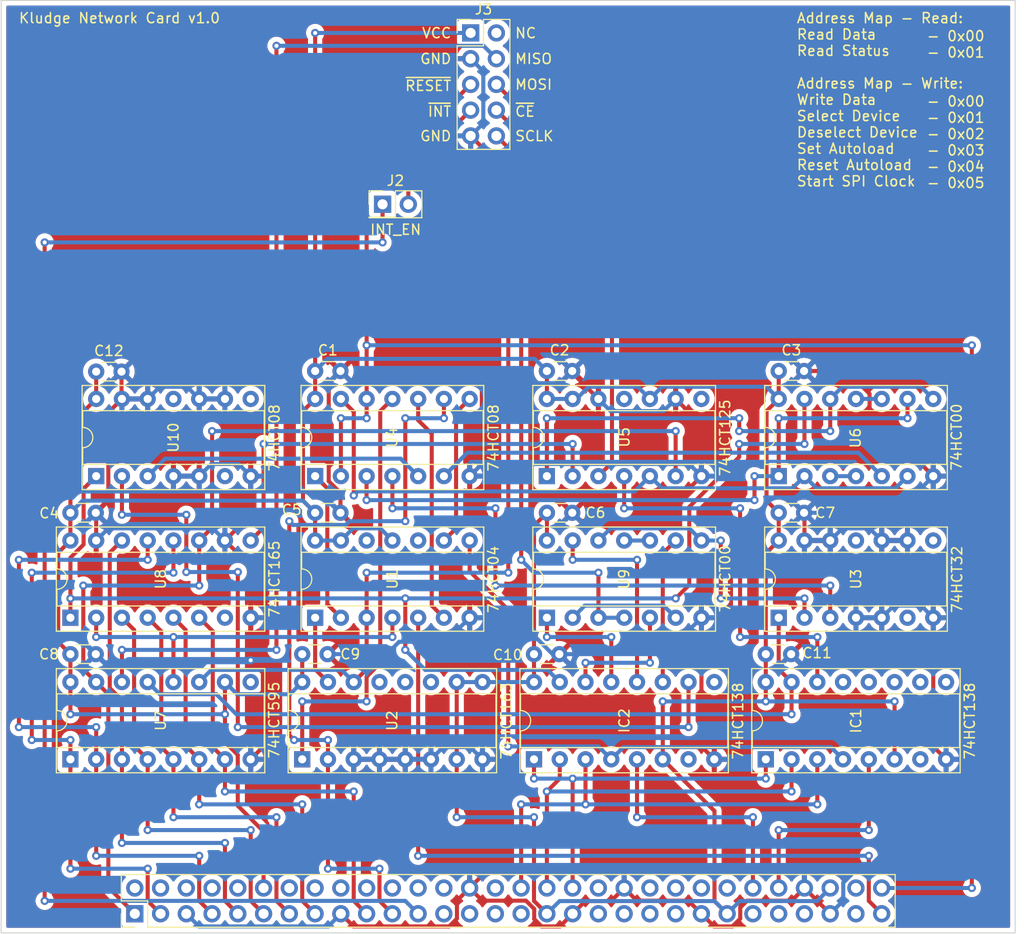
<source format=kicad_pcb>
(kicad_pcb (version 20240108) (generator "pcbnew") (generator_version "8.0")
  (layers (0 "F.Cu" signal) (31 "B.Cu" signal) (34 "B.Paste" user) (35 "F.Paste" user) (36 "B.SilkS" user "B.Silkscreen") (37 "F.SilkS" user "F.Silkscreen") (38 "B.Mask" user) (39 "F.Mask" user) (44 "Edge.Cuts" user))
  (net 0 "")
  (net 1 "~{SPI_CLOCK_START}")
  (net 2 "~{RD}")
  (net 3 "/A2")
  (net 4 "GND")
  (net 6 "/A0")
  (net 7 "VCC")
  (net 8 "~{SPI_BUSY_RD}")
  (net 9 "~{SPI_CE}")
  (net 11 "/A1")
  (net 15 "/D7")
  (net 23 "/D5")
  (net 28 "/D0")
  (net 30 "SYSCLK")
  (net 32 "/~{AUTOLOAD_RESET}")
  (net 34 "Net-(J2-Pin_2)")
  (net 35 "Net-(U8-Q7)")
  (net 36 "/D2")
  (net 38 "/~{AUTOLOAD_SET}")
  (net 39 "/D1")
  (net 40 "/~{SPI_CS_RESET}")
  (net 41 "/D4")
  (net 42 "/D3")
  (net 43 "~{WR}")
  (net 44 "/D6")
  (net 45 "MOSI")
  (net 46 "/~{SPI_CS_SET}")
  (net 47 "SPI_CLK")
  (net 48 "MISO")
  (net 53 "!SPI_CLK")
  (net 54 "~{IO_EN}")
  (net 55 "~{INT}")
  (net 58 "~{SPI_WR}")
  (net 59 "~{SPI_RD}")
  (net 62 "~{RESET}")
  (net 63 "Net-(U6-Pad10)")
  (net 85 "~{SPI_WR_OE}")
  (net 87 "~{SPI_CS}")
  (net 88 "~{TX_COMPLETE}")
  (net 89 "Net-(U1-Pad6)")
  (net 90 "Net-(U1-Pad9)")
  (net 91 "TX_COMPLETE")
  (net 92 "~{SPI_CLK_RESET}")
  (net 94 "Net-(U3-Pad3)")
  (net 96 "~{AUTOLOAD}")
  (net 97 "Net-(U4-Pad6)")
  (net 98 "/SPI_WR_OE RESET")
  (net 99 "Net-(U6-Pad3)")
  (net 100 "Net-(U9-Pad2)")
  (net 101 "Net-(U9-Pad10)")
  (net 102 "RUNNING")
  (net 103 "Net-(U10-Pad3)")
  (footprint "Package_DIP:DIP-14_W7.62mm_Socket" (layer "F.Cu") (at 173.9 117.135 90)
    (property "Reference" "U3")
    (property "Value" "74LS32")
  )
  (footprint "Package_DIP:DIP-14_W7.62mm_Socket" (layer "F.Cu") (at 173.9 103.165 90)
    (property "Reference" "U6")
    (property "Value" "74HCT00")
  )
  (footprint "Package_DIP:DIP-16_W7.62mm_Socket" (layer "F.Cu") (at 172.625 131.105 90)
    (property "Reference" "IC1")
    (property "Value" "SN74HCT138N")
  )
  (footprint "Package_DIP:DIP-16_W7.62mm_Socket" (layer "F.Cu") (at 104.045 117.135 90)
    (property "Reference" "U8")
    (property "Value" "74HCT165")
  )
  (footprint "Package_DIP:DIP-14_W7.62mm_Socket" (layer "F.Cu") (at 151.04 117.135 90)
    (property "Reference" "U9")
    (property "Value" "74HCT00")
  )
  (footprint "Package_DIP:DIP-16_W7.62mm_Socket" (layer "F.Cu") (at 126.905 131.105 90)
    (property "Reference" "U2")
    (property "Value" "74HCT163E")
  )
  (footprint "Capacitor_THT:C_Disc_D3.0mm_W1.6mm_P2.50mm" (layer "F.Cu") (at 106.585 92.85)
    (property "Reference" "C12")
    (property "Value" "100 nF")
  )
  (footprint "Capacitor_THT:C_Disc_D3.0mm_W1.6mm_P2.50mm" (layer "F.Cu") (at 151.04 106.78)
    (property "Reference" "C6")
    (property "Value" "100 nF")
  )
  (footprint "Capacitor_THT:C_Disc_D3.0mm_W1.6mm_P2.50mm" (layer "F.Cu") (at 173.9 92.79)
    (property "Reference" "C3")
    (property "Value" "100 nF")
  )
  (footprint "Package_DIP:DIP-14_W7.62mm_Socket" (layer "F.Cu") (at 106.585 103.165 90)
    (property "Reference" "U10")
    (property "Value" "74LS08")
  )
  (footprint "Package_DIP:DIP-16_W7.62mm_Socket" (layer "F.Cu") (at 149.765 131.105 90)
    (property "Reference" "IC2")
    (property "Value" "SN74HCT138N")
  )
  (footprint "Package_DIP:DIP-14_W7.62mm_Socket" (layer "F.Cu") (at 128.18 103.165 90)
    (property "Reference" "U4")
    (property "Value" "74LS08")
  )
  (footprint "Capacitor_THT:C_Disc_D3.0mm_W1.6mm_P2.50mm" (layer "F.Cu") (at 104.045 106.78)
    (property "Reference" "C4")
    (property "Value" "100 nF")
  )
  (footprint "Capacitor_THT:C_Disc_D3.0mm_W1.6mm_P2.50mm" (layer "F.Cu") (at 104.045 120.73)
    (property "Reference" "C8")
    (property "Value" "100 nF")
  )
  (footprint "Capacitor_THT:C_Disc_D3.0mm_W1.6mm_P2.50mm" (layer "F.Cu") (at 172.625 120.73)
    (property "Reference" "C11")
    (property "Value" "100 nF")
  )
  (footprint "Capacitor_THT:C_Disc_D3.0mm_W1.6mm_P2.50mm" (layer "F.Cu") (at 149.765 120.73)
    (property "Reference" "C10")
    (property "Value" "100 nF")
  )
  (footprint "Capacitor_THT:C_Disc_D3.0mm_W1.6mm_P2.50mm" (layer "F.Cu") (at 128.18 106.78)
    (property "Reference" "C5")
    (property "Value" "100 nF")
  )
  (footprint "Package_DIP:DIP-14_W7.62mm_Socket" (layer "F.Cu") (at 128.18 117.135 90)
    (property "Reference" "U1")
    (property "Value" "74HC04")
  )
  (footprint "Capacitor_THT:C_Disc_D3.0mm_W1.6mm_P2.50mm" (layer "F.Cu") (at 126.905 120.73)
    (property "Reference" "C9")
    (property "Value" "100 nF")
  )
  (footprint "Connector_PinHeader_2.54mm:PinHeader_2x30_P2.54mm_Vertical" (layer "F.Cu") (at 110.395 146.345 90)
    (property "Reference" "J1" (hide yes))
    (property "Value" "Conn1")
  )
  (footprint "Package_DIP:DIP-14_W7.62mm_Socket" (layer "F.Cu") (at 151.035 103.165 90)
    (property "Reference" "U5")
    (property "Value" "74AHCT125")
  )
  (footprint "Connector_PinHeader_2.54mm:PinHeader_2x01_P2.54mm_Vertical" (layer "F.Cu") (at 134.83 76.34)
    (property "Reference" "J2")
    (property "Value" "INT_EN")
  )
  (footprint "Connector_PinHeader_2.54mm:PinHeader_2x05_P2.54mm_Vertical" (layer "F.Cu") (at 143.515 59.43)
    (property "Reference" "J3")
    (property "Value" "SPI_Header" (hide yes))
  )
  (footprint "Capacitor_THT:C_Disc_D3.0mm_W1.6mm_P2.50mm" (layer "F.Cu") (at 128.18 92.79)
    (property "Reference" "C1")
    (property "Value" "100 nF")
  )
  (footprint "Package_DIP:DIP-16_W7.62mm_Socket" (layer "F.Cu") (at 104.045 131.105 90)
    (property "Reference" "U7")
    (property "Value" "74HCT595")
  )
  (footprint "Capacitor_THT:C_Disc_D3.0mm_W1.6mm_P2.50mm" (layer "F.Cu") (at 173.9 106.78)
    (property "Reference" "C7")
    (property "Value" "100 nF")
  )
  (footprint "Capacitor_THT:C_Disc_D3.0mm_W1.6mm_P2.50mm" (layer "F.Cu") (at 151.035 92.79)
    (property "Reference" "C2")
    (property "Value" "100 nF")
  )
  (gr_line (start 97.22 139.33) (end 97.22 148.23) (stroke (width 0.1)) (layer "Edge.Cuts"))
  (gr_line (start 197.22 56.23) (end 197.22 148.23) (stroke (width 0.1)) (layer "Edge.Cuts"))
  (gr_line (start 97.22 139.33) (end 97.22 56.23) (stroke (width 0.1)) (layer "Edge.Cuts"))
  (gr_line (start 97.22 56.23) (end 197.22 56.23) (stroke (width 0.1)) (layer "Edge.Cuts"))
  (gr_line (start 97.22 148.23) (end 197.22 148.23) (stroke (width 0.1)) (layer "Edge.Cuts"))
  (gr_text "74HCT165" (at 124.75 117.2 90) (layer "F.SilkS") (effects (font (size 1 1)) (justify left bottom)))
  (gr_text "~{CE}" (at 147.82 67.772583 0) (layer "F.SilkS") (effects (font (size 1 1)) (justify left bottom)))
  (gr_text "Kludge Network Card v1.0" (at 98.88 58.55 0) (layer "F.SilkS") (effects (font (size 1 1)) (justify left bottom)))
  (gr_text "~{RESET}" (at 136.973333 65.232583 0) (layer "F.SilkS") (effects (font (size 1 1)) (justify left bottom)))
  (gr_text "74HCT138" (at 170.475 131.215715 90) (layer "F.SilkS") (effects (font (size 1 1)) (justify left bottom)))
  (gr_text "SCLK" (at 147.82 70.19175 0) (layer "F.SilkS") (effects (font (size 1 1)) (justify left bottom)))
  (gr_text "MOSI" (at 147.82 65.11175 0) (layer "F.SilkS") (effects (font (size 1 1)) (justify left bottom)))
  (gr_text "INT_EN" (at 133.525 79.425 0) (layer "F.SilkS") (effects (font (size 1 1)) (justify left bottom)))
  (gr_text "74HCT32" (at 192.075 116.769524 90) (layer "F.SilkS") (effects (font (size 1 1)) (justify left bottom)))
  (gr_text "NC" (at 147.82 60.03175 0) (layer "F.SilkS") (effects (font (size 1 1)) (justify left bottom)))
  (gr_text "\n- 0x00\n- 0x01\n\n\n- 0x00\n- 0x01\n- 0x02\n- 0x03\n- 0x04\n- 0x05" (at 188.425 74.81944 0) (layer "F.SilkS") (effects (font (size 1 1)) (justify left bottom)))
  (gr_text "74HCT00" (at 192.025 102.725 90) (layer "F.SilkS") (effects (font (size 1 1)) (justify left bottom)))
  (gr_text "74HCT04" (at 146.35 116.769524 90) (layer "F.SilkS") (effects (font (size 1 1)) (justify left bottom)))
  (gr_text "74HCT00" (at 169.2 116.7 90) (layer "F.SilkS") (effects (font (size 1 1)) (justify left bottom)))
  (gr_text "GND" (at 138.449524 70.19175 0) (layer "F.SilkS") (effects (font (size 1 1)) (justify left bottom)))
  (gr_text "74HCT08" (at 124.75 102.799524 90) (layer "F.SilkS") (effects (font (size 1 1)) (justify left bottom)))
  (gr_text "Address Map - Read:\nRead Data\nRead Status\n\nAddress Map - Write:\nWrite Data\nSelect Device\nDeselect Device\nSet Autoload\nReset Autoload\nStart SPI Clock" (at 175.6 74.64944 0) (layer "F.SilkS") (effects (font (size 1 1)) (justify left bottom)))
  (gr_text "VCC" (at 138.64 60.03175 0) (layer "F.SilkS") (effects (font (size 1 1)) (justify left bottom)))
  (gr_text "MISO" (at 147.82 62.57175 0) (layer "F.SilkS") (effects (font (size 1 1)) (justify left bottom)))
  (gr_text "~{INT}" (at 139.211429 67.772583 0) (layer "F.SilkS") (effects (font (size 1 1)) (justify left bottom)))
  (gr_text "74HCT163" (at 147.625 131.215715 90) (layer "F.SilkS") (effects (font (size 1 1)) (justify left bottom)))
  (gr_text "GND" (at 138.449524 62.57175 0) (layer "F.SilkS") (effects (font (size 1 1)) (justify left bottom)))
  (gr_text "74HCT138" (at 193.325 131.215715 90) (layer "F.SilkS") (effects (font (size 1 1)) (justify left bottom)))
  (gr_text "74HCT08" (at 146.35 102.799524 90) (layer "F.SilkS") (effects (font (size 1 1)) (justify left bottom)))
  (gr_text "74HCT125" (at 169.2 103.275715 90) (layer "F.SilkS") (effects (font (size 1 1)) (justify left bottom)))
  (gr_text "74HCT595" (at 124.725 131.125 90) (layer "F.SilkS") (effects (font (size 1 1)) (justify left bottom)))
  (segment (start 109.125 103.165) (end 109.125 106.975) (width 0.4) (layer "F.Cu") (net 1))
  (segment (start 120.555 127.93) (end 120.555 112.625) (width 0.4) (layer "F.Cu") (net 1))
  (segment (start 115.475 106.975) (end 115.475 112.625) (width 0.4) (layer "F.Cu") (net 1))
  (segment (start 165.005 123.485) (end 165.005 127.93) (width 0.4) (layer "F.Cu") (net 1))
  (via (at 115.475 112.625) (size 0.8) (drill 0.4) (layers "F.Cu" "B.Cu") (net 1))
  (via (at 115.475 106.975) (size 0.8) (drill 0.4) (layers "F.Cu" "B.Cu") (net 1))
  (via (at 109.125 106.975) (size 0.8) (drill 0.4) (layers "F.Cu" "B.Cu") (net 1))
  (via (at 120.555 112.625) (size 0.8) (drill 0.4) (layers "F.Cu" "B.Cu") (net 1))
  (via (at 120.555 127.93) (size 0.8) (drill 0.4) (layers "F.Cu" "B.Cu") (net 1))
  (via (at 165.005 127.93) (size 0.8) (drill 0.4) (layers "F.Cu" "B.Cu") (net 1))
  (segment (start 165.005 127.93) (end 120.555 127.93) (width 0.4) (layer "B.Cu") (net 1))
  (segment (start 115.475 112.625) (end 120.555 112.625) (width 0.4) (layer "B.Cu") (net 1))
  (segment (start 115.475 106.975) (end 109.125 106.975) (width 0.4) (layer "B.Cu") (net 1))
  (segment (start 182.785 138.09) (end 182.785 131.105) (width 0.4) (layer "F.Cu") (net 2))
  (segment (start 173.895 138.09) (end 173.895 143.805) (width 0.4) (layer "F.Cu") (net 2))
  (via (at 173.895 138.09) (size 0.8) (drill 0.4) (layers "F.Cu" "B.Cu") (net 2))
  (via (at 182.785 138.09) (size 0.8) (drill 0.4) (layers "F.Cu" "B.Cu") (net 2))
  (segment (start 173.895 138.09) (end 182.785 138.09) (width 0.4) (layer "B.Cu") (net 2))
  (segment (start 148.495 135.55) (end 148.495 143.805) (width 0.4) (layer "F.Cu") (net 3))
  (segment (start 177.705 135.55) (end 177.705 131.105) (width 0.4) (layer "F.Cu") (net 3))
  (segment (start 154.845 131.105) (end 154.845 135.55) (width 0.4) (layer "F.Cu") (net 3))
  (via (at 177.705 135.55) (size 0.8) (drill 0.4) (layers "F.Cu" "B.Cu") (net 3))
  (via (at 148.495 135.55) (size 0.8) (drill 0.4) (layers "F.Cu" "B.Cu") (net 3))
  (via (at 154.845 135.55) (size 0.8) (drill 0.4) (layers "F.Cu" "B.Cu") (net 3))
  (segment (start 154.845 135.55) (end 177.705 135.55) (width 0.4) (layer "B.Cu") (net 3))
  (segment (start 148.495 135.55) (end 154.845 135.55) (width 0.4) (layer "B.Cu") (net 3))
  (segment (start 166.28 117.135) (end 166.28 129.84) (width 0.4) (layer "F.Cu") (net 4))
  (segment (start 131.965 147.595) (end 141.392767 147.595) (width 0.4) (layer "F.Cu") (net 4))
  (segment (start 121.825 121.34) (end 121.825 117.135) (width 0.4) (layer "F.Cu") (net 4))
  (segment (start 141.392767 147.595) (end 142.165 146.822767) (width 0.4) (layer "F.Cu") (net 4))
  (segment (start 142.165 146.822767) (end 142.165 145.055) (width 0.4) (layer "F.Cu") (net 4))
  (segment (start 182.86 95.047943) (end 182.86 96.885) (width 0.4) (layer "F.Cu") (net 4))
  (segment (start 142.165 145.055) (end 143.415 143.805) (width 0.4) (layer "F.Cu") (net 4))
  (segment (start 149.785 146.862767) (end 150.517233 147.595) (width 0.4) (layer "F.Cu") (net 4))
  (segment (start 182.86 96.885) (end 189.14 103.165) (width 0.4) (layer "F.Cu") (net 4))
  (segment (start 109.125 95.545) (end 107.785 96.885) (width 0.4) (layer "F.Cu") (net 4))
  (segment (start 109.085 92.85) (end 109.085 95.505) (width 0.4) (layer "F.Cu") (net 4))
  (segment (start 130.715 146.345) (end 131.965 147.595) (width 0.4) (layer "F.Cu") (net 4))
  (segment (start 149.785 146.862767) (end 149.785 145.867233) (width 0.4) (layer "F.Cu") (net 4))
  (segment (start 144.62 101.965) (end 143.42 103.165) (width 0.4) (layer "F.Cu") (net 4))
  (segment (start 152.325 147.595) (end 153.575 146.345) (width 0.4) (layer "F.Cu") (net 4))
  (segment (start 163.735 95.545) (end 166.275 98.085) (width 0.4) (layer "F.Cu") (net 4))
  (segment (start 167.525 147.595) (end 169.332767 147.595) (width 0.4) (layer "F.Cu") (net 4))
  (segment (start 121.825 131.105) (end 123.025 129.905) (width 0.4) (layer "F.Cu") (net 4))
  (segment (start 161.860001 107.579999) (end 166.275 103.165) (width 0.4) (layer "F.Cu") (net 4))
  (segment (start 153.54 106.78) (end 154.339999 107.579999) (width 0.4) (layer "F.Cu") (net 4))
  (segment (start 184.06 117.135) (end 184.06 109.515) (width 0.4) (layer "F.Cu") (net 4))
  (segment (start 176.435 143.805) (end 178.975 146.345) (width 0.4) (layer "F.Cu") (net 4))
  (segment (start 144.62 70.695) (end 144.62 101.965) (width 0.4) (layer "F.Cu") (net 4))
  (segment (start 123.025 122.54) (end 121.825 121.34) (width 0.4) (layer "F.Cu") (net 4))
  (segment (start 144.685 142.535) (end 143.415 143.805) (width 0.4) (layer "F.Cu") (net 4))
  (segment (start 189.14 129.84) (end 189.14 117.135) (width 0.4) (layer "F.Cu") (net 4))
  (segment (start 170.785 145.055) (end 175.185 145.055) (width 0.4) (layer "F.Cu") (net 4))
  (segment (start 123.025 129.905) (end 123.025 122.54) (width 0.4) (layer "F.Cu") (net 4))
  (segment (start 121.825 112.055) (end 119.285 109.515) (width 0.4) (layer "F.Cu") (net 4))
  (segment (start 109.085 95.505) (end 109.125 95.545) (width 0.4) (layer "F.Cu") (net 4))
  (segment (start 176.44 106.82) (end 176.4 106.78) (width 0.4) (layer "F.Cu") (net 4))
  (segment (start 176.44 109.515) (end 176.44 106.82) (width 0.4) (layer "F.Cu") (net 4))
  (segment (start 116.745 103.165) (end 116.745 95.545) (width 0.4) (layer "F.Cu") (net 4))
  (segment (start 144.665 145.055) (end 143.415 143.805) (width 0.4) (layer "F.Cu") (net 4))
  (segment (start 157.365 145.095) (end 158.655 143.805) (width 0.4) (layer "F.Cu") (net 4))
  (segment (start 153.575 146.345) (end 154.825 145.095) (width 0.4) (layer "F.Cu") (net 4))
  (segment (start 144.685 131.105) (end 144.685 142.535) (width 0.4) (layer "F.Cu") (net 4))
  (segment (start 154.339999 107.579999) (end 161.860001 107.579999) (width 0.4) (layer "F.Cu") (net 4))
  (segment (start 148.972767 145.055) (end 144.665 145.055) (width 0.4) (layer "F.Cu") (net 4))
  (segment (start 150.517233 147.595) (end 152.325 147.595) (width 0.4) (layer "F.Cu") (net 4))
  (segment (start 180.602057 92.79) (end 182.86 95.047943) (width 0.4) (layer "F.Cu") (net 4))
  (segment (start 190.405 131.105) (end 189.14 129.84) (width 0.4) (layer "F.Cu") (net 4))
  (segment (start 106.585 109.515) (end 106.585 106.82) (width 0.4) (layer "F.Cu") (net 4))
  (segment (start 130.68 106.78) (end 130.68 104.822057) (width 0.4) (layer "F.Cu") (net 4))
  (segment (start 106.585 106.82) (end 106.545 106.78) (width 0.4) (layer "F.Cu") (net 4))
  (segment (start 130.68 104.822057) (end 129.52 103.662057) (width 0.4) (layer "F.Cu") (net 4))
  (segment (start 166.275 98.085) (end 166.275 103.165) (width 0.4) (layer "F.Cu") (net 4))
  (segment (start 153.535 92.965) (end 156.115 95.545) (width 0.4) (layer "F.Cu") (net 4))
  (segment (start 129.52 103.662057) (end 129.52 93.95) (width 0.4) (layer "F.Cu") (net 4))
  (segment (start 170.105 145.735) (end 170.785 145.055) (width 0.4) (layer "F.Cu") (net 4))
  (segment (start 149.785 145.867233) (end 148.972767 145.055) (width 0.4) (layer "F.Cu") (net 4))
  (segment (start 154.825 145.095) (end 157.365 145.095) (width 0.4) (layer "F.Cu") (net 4))
  (segment (start 176.4 92.79) (end 180.602057 92.79) (width 0.4) (layer "F.Cu") (net 4))
  (segment (start 175.185 145.055) (end 176.435 143.805) (width 0.4) (layer "F.Cu") (net 4))
  (segment (start 169.332767 147.595) (end 170.105 146.822767) (width 0.4) (layer "F.Cu") (net 4))
  (segment (start 143.515 69.59) (end 144.62 70.695) (width 0.4) (layer "F.Cu") (net 4))
  (segment (start 159.905 145.055) (end 164.985 145.055) (width 0.4) (layer "F.Cu") (net 4))
  (segment (start 107.785 105.54) (end 106.545 106.78) (width 0.4) (layer "F.Cu") (net 4))
  (segment (start 107.785 96.885) (end 107.785 105.54) (width 0.4) (layer "F.Cu") (net 4))
  (segment (start 121.825 103.165) (end 121.825 106.975) (width 0.4) (layer "F.Cu") (net 4))
  (segment (start 166.28 129.84) (end 167.545 131.105) (width 0.4) (layer "F.Cu") (net 4))
  (segment (start 121.825 106.975) (end 119.285 109.515) (width 0.4) (layer "F.Cu") (net 4))
  (segment (start 121.825 117.135) (end 121.825 112.055) (width 0.4) (layer "F.Cu") (net 4))
  (segment (start 158.655 143.805) (end 159.905 145.055) (width 0.4) (layer "F.Cu") (net 4))
  (segment (start 166.275 146.345) (end 167.525 147.595) (width 0.4) (layer "F.Cu") (net 4))
  (segment (start 164.985 145.055) (end 166.275 146.345) (width 0.4) (layer "F.Cu") (net 4))
  (segment (start 129.52 93.95) (end 130.68 92.79) (width 0.4) (layer "F.Cu") (net 4))
  (segment (start 170.105 146.822767) (end 170.105 145.735) (width 0.4) (layer "F.Cu") (net 4))
  (segment (start 153.535 92.79) (end 153.535 92.965) (width 0.4) (layer "F.Cu") (net 4))
  (via (at 121.825 121.34) (size 0.8) (drill 0.4) (layers "F.Cu" "B.Cu") (net 4))
  (segment (start 129.465 147.595) (end 130.715 146.345) (width 0.4) (layer "B.Cu") (net 4))
  (segment (start 152.265 120.73) (end 162.685 120.73) (width 0.4) (layer "B.Cu") (net 4))
  (segment (start 157.315 96.745) (end 162.535 96.745) (width 0.4) (layer "B.Cu") (net 4))
  (segment (start 143.42 117.135) (end 148.003629 117.135) (width 0.4) (layer "B.Cu") (net 4))
  (segment (start 175.2 91.59) (end 154.735 91.59) (width 0.4) (layer "B.Cu") (net 4))
  (segment (start 148.003629 117.135) (end 151.598629 120.73) (width 0.4) (layer "B.Cu") (net 4))
  (segment (start 151.598629 120.73) (end 152.265 120.73) (width 0.4) (layer "B.Cu") (net 4))
  (segment (start 109.125 95.545) (end 111.665 95.545) (width 0.4) (layer "B.Cu") (net 4))
  (segment (start 162.685 120.73) (end 166.28 117.135) (width 0.4) (layer "B.Cu") (net 4))
  (segment (start 165.075 101.965) (end 166.275 103.165) (width 0.4) (layer "B.Cu") (net 4))
  (segment (start 162.535 96.745) (end 163.735 95.545) (width 0.4) (layer "B.Cu") (net 4))
  (segment (start 121.635001 121.529999) (end 121.825 121.34) (width 0.4) (layer "B.Cu") (net 4))
  (segment (start 178.98 109.515) (end 176.44 109.515) (width 0.4) (layer "B.Cu") (net 4))
  (segment (start 182.122233 141.43) (end 183.12 141.43) (width 0.4) (layer "B.Cu") (net 4))
  (segment (start 185.26 115.935) (end 184.06 117.135) (width 0.4) (layer "B.Cu") (net 4))
  (segment (start 134.525 131.105) (end 131.985 131.105) (width 0.4) (layer "B.Cu") (net 4))
  (segment (start 156.115 95.545) (end 157.315 96.745) (width 0.4) (layer "B.Cu") (net 4))
  (segment (start 187.94 115.935) (end 185.26 115.935) (width 0.4) (layer "B.Cu") (net 4))
  (segment (start 185.525 106.78) (end 189.14 103.165) (width 0.4) (layer "B.Cu") (net 4))
  (segment (start 180.265 143.287233) (end 182.122233 141.43) (width 0.4) (layer "B.Cu") (net 4))
  (segment (start 120.625 101.965) (end 117.945 101.965) (width 0.4) (layer "B.Cu") (net 4))
  (segment (start 135.241371 120.73) (end 129.405 120.73) (width 0.4) (layer "B.Cu") (net 4))
  (segment (start 137.065 131.105) (end 134.525 131.105) (width 0.4) (layer "B.Cu") (net 4))
  (segment (start 140.805 129.905) (end 143.485 129.905) (width 0.4) (layer "B.Cu") (net 4))
  (segment (start 107.785 108.315) (end 118.085 108.315) (width 0.4) (layer "B.Cu") (net 4))
  (segment (start 139.605 131.105) (end 140.805 129.905) (width 0.4) (layer "B.Cu") (net 4))
  (segment (start 107.344999 121.529999) (end 121.635001 121.529999) (width 0.4) (layer "B.Cu") (net 4))
  (segment (start 116.745 103.165) (end 114.205 103.165) (width 0.4) (layer "B.Cu") (net 4))
  (segment (start 143.485 129.905) (end 144.685 131.105) (width 0.4) (layer "B.Cu") (net 4))
  (segment (start 116.745 95.545) (end 119.285 95.545) (width 0.4) (layer "B.Cu") (net 4))
  (segment (start 143.515 61.97) (end 144.765 63.22) (width 0.4) (layer "B.Cu") (net 4))
  (segment (start 143.42 103.165) (end 144.62 101.965) (width 0.4) (layer "B.Cu") (net 4))
  (segment (start 154.735 91.59) (end 153.535 92.79) (width 0.4) (layer "B.Cu") (net 4))
  (segment (start 152.335 93.99) (end 153.535 92.79) (width 0.4) (layer "B.Cu") (net 4))
  (segment (start 117.945 101.965) (end 116.745 103.165) (width 0.4) (layer "B.Cu") (net 4))
  (segment (start 176.4 92.79) (end 175.2 91.59) (width 0.4) (layer "B.Cu") (net 4))
  (segment (start 176.4 106.78) (end 185.525 106.78) (width 0.4) (layer "B.Cu") (net 4))
  (segment (start 190.405 134.145) (end 190.405 131.105) (width 0.4) (layer "B.Cu") (net 4))
  (segment (start 131.88 93.99) (end 152.335 93.99) (width 0.4) (layer "B.Cu") (net 4))
  (segment (start 121.825 103.165) (end 120.625 101.965) (width 0.4) (layer "B.Cu") (net 4))
  (segment (start 183.12 141.43) (end 190.405 134.145) (width 0.4) (layer "B.Cu") (net 4))
  (segment (start 106.585 109.515) (end 107.785 108.315) (width 0.4) (layer "B.Cu") (net 4))
  (segment (start 136.461371 119.51) (end 135.241371 120.73) (width 0.4) (layer "B.Cu") (net 4))
  (segment (start 144.62 101.965) (end 165.075 101.965) (width 0.4) (layer "B.Cu") (net 4))
  (segment (start 184.06 109.515) (end 186.6 109.515) (width 0.4) (layer "B.Cu") (net 4))
  (segment (start 144.765 68.34) (end 143.515 69.59) (width 0.4) (layer "B.Cu") (net 4))
  (segment (start 184.06 117.135) (end 181.52 117.135) (width 0.4) (layer "B.Cu") (net 4))
  (segment (start 118.085 108.315) (end 119.285 109.515) (width 0.4) (layer "B.Cu") (net 4))
  (segment (start 141.045 119.51) (end 136.461371 119.51) (width 0.4) (layer "B.Cu") (net 4))
  (segment (start 116.725 147.595) (end 129.465 147.595) (width 0.4) (layer "B.Cu") (net 4))
  (segment (start 111.665 95.545) (end 112.865 94.345) (width 0.4) (layer "B.Cu") (net 4))
  (segment (start 182.86 108.315) (end 180.18 108.315) (width 0.4) (layer "B.Cu") (net 4))
  (segment (start 115.545 94.345) (end 116.745 95.545) (width 0.4) (layer "B.Cu") (net 4))
  (segment (start 143.42 117.135) (end 141.045 119.51) (width 0.4) (layer "B.Cu") (net 4))
  (segment (start 106.545 120.73) (end 107.344999 121.529999) (width 0.4) (layer "B.Cu") (net 4))
  (segment (start 184.06 109.515) (end 182.86 108.315) (width 0.4) (layer "B.Cu") (net 4))
  (segment (start 112.865 94.345) (end 115.545 94.345) (width 0.4) (layer "B.Cu") (net 4))
  (segment (start 115.475 146.345) (end 116.725 147.595) (width 0.4) (layer "B.Cu") (net 4))
  (segment (start 178.975 146.345) (end 180.265 145.055) (width 0.4) (layer "B.Cu") (net 4))
  (segment (start 180.18 108.315) (end 178.98 109.515) (width 0.4) (layer "B.Cu") (net 4))
  (segment (start 189.14 117.135) (end 187.94 115.935) (width 0.4) (layer "B.Cu") (net 4))
  (segment (start 144.765 63.22) (end 144.765 68.34) (width 0.4) (layer "B.Cu") (net 4))
  (segment (start 130.68 92.79) (end 131.88 93.99) (width 0.4) (layer "B.Cu") (net 4))
  (segment (start 180.265 145.055) (end 180.265 143.287233) (width 0.4) (layer "B.Cu") (net 4))
  (segment (start 139.605 131.105) (end 137.065 131.105) (width 0.4) (layer "B.Cu") (net 4))
  (segment (start 172.625 131.105) (end 172.625 133.01) (width 0.4) (layer "F.Cu") (net 6))
  (segment (start 153.575 133.01) (end 153.575 143.805) (width 0.4) (layer "F.Cu") (net 6))
  (segment (start 149.765 131.105) (end 149.765 133.01) (width 0.4) (layer "F.Cu") (net 6))
  (via (at 172.625 133.01) (size 0.8) (drill 0.4) (layers "F.Cu" "B.Cu") (net 6))
  (via (at 149.765 133.01) (size 0.8) (drill 0.4) (layers "F.Cu" "B.Cu") (net 6))
  (via (at 153.575 133.01) (size 0.8) (drill 0.4) (layers "F.Cu" "B.Cu") (net 6))
  (segment (start 153.575 133.01) (end 172.625 133.01) (width 0.4) (layer "B.Cu") (net 6))
  (segment (start 149.765 133.01) (end 153.575 133.01) (width 0.4) (layer "B.Cu") (net 6))
  (segment (start 172.625 110.79) (end 172.625 120.73) (width 0.4) (layer "F.Cu") (net 7))
  (segment (start 173.9 95.545) (end 172.7 96.745) (width 0.4) (layer "F.Cu") (net 7))
  (segment (start 162.465 131.105) (end 162.465 125.39) (width 0.4) (layer "F.Cu") (net 7))
  (segment (start 172.7 96.745) (end 172.7 105.58) (width 0.4) (layer "F.Cu") (net 7))
  (segment (start 142.145 136.82) (end 142.145 131.105) (width 0.4) (layer "F.Cu") (net 7))
  (segment (start 167.565 136.205) (end 162.465 131.105) (width 0.4) (layer "F.Cu") (net 7))
  (segment (start 126.905 120.73) (end 126.905 123.485) (width 0.4) (layer "F.Cu") (net 7))
  (segment (start 102.845 110.715) (end 104.045 109.515) (width 0.4) (layer "F.Cu") (net 7))
  (segment (start 120.55 135.683629) (end 123.095 138.228629) (width 0.4) (layer "F.Cu") (net 7))
  (segment (start 128.18 92.79) (end 128.18 59.43) (width 0.4) (layer "F.Cu") (net 7))
  (segment (start 120.55 130.672943) (end 120.55 135.683629) (width 0.4) (layer "F.Cu") (net 7))
  (segment (start 104.045 98.085) (end 104.045 106.78) (width 0.4) (layer "F.Cu") (net 7))
  (segment (start 149.765 108.055) (end 151.04 106.78) (width 0.4) (layer "F.Cu") (net 7))
  (segment (start 173.9 95.545) (end 173.9 92.79) (width 0.4) (layer "F.Cu") (net 7))
  (segment (start 104.045 123.485) (end 104.045 120.73) (width 0.4) (layer "F.Cu") (net 7))
  (segment (start 119.285 129.407943) (end 120.55 130.672943) (width 0.4) (layer "F.Cu") (net 7))
  (segment (start 128.18 95.545) (end 128.18 92.79) (width 0.4) (layer "F.Cu") (net 7))
  (segment (start 128.18 106.78) (end 128.18 109.515) (width 0.4) (layer "F.Cu") (net 7))
  (segment (start 173.9 106.78) (end 173.9 109.515) (width 0.4) (layer "F.Cu") (net 7))
  (segment (start 104.045 109.515) (end 104.045 106.78) (width 0.4) (layer "F.Cu") (net 7))
  (segment (start 126.98 105.58) (end 128.18 106.78) (width 0.4) (layer "F.Cu") (net 7))
  (segment (start 104.045 126.66) (end 104.045 123.485) (width 0.4) (layer "F.Cu") (net 7))
  (segment (start 128.18 95.545) (end 126.98 96.745) (width 0.4) (layer "F.Cu") (net 7))
  (segment (start 172.625 123.485) (end 172.625 125.39) (width 0.4) (layer "F.Cu") (net 7))
  (segment (start 173.9 109.515) (end 172.625 110.79) (width 0.4) (layer "F.Cu") (net 7))
  (segment (start 106.585 92.85) (end 106.585 95.545) (width 0.4) (layer "F.Cu") (net 7))
  (segment (start 168.815 146.345) (end 167.565 145.095) (width 0.4) (layer "F.Cu") (net 7))
  (segment (start 126.98 96.745) (end 126.98 105.58) (width 0.4) (layer "F.Cu") (net 7))
  (segment (start 106.585 95.545) (end 104.045 98.085) (width 0.4) (layer "F.Cu") (net 7))
  (segment (start 167.565 145.095) (end 167.565 136.205) (width 0.4) (layer "F.Cu") (net 7))
  (segment (start 172.7 105.58) (end 173.9 106.78) (width 0.4) (layer "F.Cu") (net 7))
  (segment (start 172.625 120.73) (end 172.625 123.485) (width 0.4) (layer "F.Cu") (net 7))
  (segment (start 149.765 120.73) (end 149.765 108.055) (width 0.4) (layer "F.Cu") (net 7))
  (segment (start 151.035 92.79) (end 151.035 95.545) (width 0.4) (layer "F.Cu") (net 7))
  (segment (start 149.765 145.075) (end 151.035 146.345) (width 0.4) (layer "F.Cu") (net 7))
  (segment (start 142.145 131.105) (end 142.145 123.485) (width 0.4) (layer "F.Cu") (net 7))
  (segment (start 149.765 120.73) (end 149.765 123.485) (width 0.4) (layer "F.Cu") (net 7))
  (segment (start 151.04 106.78) (end 151.04 109.515) (width 0.4) (layer "F.Cu") (net 7))
  (segment (start 185.325 125.39) (end 185.325 131.105) (width 0.4) (layer "F.Cu") (net 7))
  (segment (start 119.285 126.66) (end 119.285 123.485) (width 0.4) (layer "F.Cu") (net 7))
  (segment (start 102.845 119.53) (end 102.845 110.715) (width 0.4) (layer "F.Cu") (net 7))
  (segment (start 123.095 138.228629) (end 123.095 143.805) (width 0.4) (layer "F.Cu") (net 7))
  (segment (start 149.765 136.82) (end 149.765 145.075) (width 0.4) (layer "F.Cu") (net 7))
  (segment (start 104.045 120.73) (end 102.845 119.53) (width 0.4) (layer "F.Cu") (net 7))
  (segment (start 119.285 126.66) (end 119.285 129.407943) (width 0.4) (layer "F.Cu") (net 7))
  (via (at 172.625 125.39) (size 0.8) (drill 0.4) (layers "F.Cu" "B.Cu") (net 7))
  (via (at 128.18 59.43) (size 0.8) (drill 0.4) (layers "F.Cu" "B.Cu") (net 7))
  (via (at 142.145 136.82) (size 0.8) (drill 0.4) (layers "F.Cu" "B.Cu") (net 7))
  (via (at 119.285 126.66) (size 0.8) (drill 0.4) (layers "F.Cu" "B.Cu") (net 7))
  (via (at 149.765 136.82) (size 0.8) (drill 0.4) (layers "F.Cu" "B.Cu") (net 7))
  (via (at 162.465 125.39) (size 0.8) (drill 0.4) (layers "F.Cu" "B.Cu") (net 7))
  (via (at 104.045 126.66) (size 0.8) (drill 0.4) (layers "F.Cu" "B.Cu") (net 7))
  (via (at 185.325 125.39) (size 0.8) (drill 0.4) (layers "F.Cu" "B.Cu") (net 7))
  (segment (start 152.285 145.095) (end 151.035 146.345) (width 0.4) (layer "B.Cu") (net 7))
  (segment (start 142.145 136.82) (end 149.765 136.82) (width 0.4) (layer "B.Cu") (net 7))
  (segment (start 149.835 91.59) (end 151.035 92.79) (width 0.4) (layer "B.Cu") (net 7))
  (segment (start 168.815 146.345) (end 167.565 145.095) (width 0.4) (layer "B.Cu") (net 7))
  (segment (start 126.905 123.485) (end 125.705 124.685) (width 0.4) (layer "B.Cu") (net 7))
  (segment (start 155.155 94.345) (end 159.995 94.345) (width 0.4) (layer "B.Cu") (net 7))
  (segment (start 120.485 124.685) (end 119.285 123.485) (width 0.4) (layer "B.Cu") (net 7))
  (segment (start 162.465 125.39) (end 172.625 125.39) (width 0.4) (layer "B.Cu") (net 7))
  (segment (start 170.065 145.095) (end 168.815 146.345) (width 0.4) (layer "B.Cu") (net 7))
  (segment (start 131.92 108.315) (end 130.72 109.515) (width 0.4) (layer "B.Cu") (net 7))
  (segment (start 177.685 145.095) (end 170.065 145.095) (width 0.4) (layer "B.Cu") (net 7))
  (segment (start 161.195 95.545) (end 162.395 94.345) (width 0.4) (layer "B.Cu") (net 7))
  (segment (start 153.955 95.545) (end 155.155 94.345) (width 0.4) (layer "B.Cu") (net 7))
  (segment (start 142.145 123.485) (end 144.685 123.485) (width 0.4) (layer "B.Cu") (net 7))
  (segment (start 128.18 92.79) (end 129.38 91.59) (width 0.4) (layer "B.Cu") (net 7))
  (segment (start 104.045 126.66) (end 119.285 126.66) (width 0.4) (layer "B.Cu") (net 7))
  (segment (start 128.18 59.43) (end 143.515 59.43) (width 0.4) (layer "B.Cu") (net 7))
  (segment (start 135.8 109.515) (end 134.6 108.315) (width 0.4) (layer "B.Cu") (net 7))
  (segment (start 172.7 94.345) (end 173.9 95.545) (width 0.4) (layer "B.Cu") (net 7))
  (segment (start 149.765 123.485) (end 144.685 123.485) (width 0.4) (layer "B.Cu") (net 7))
  (segment (start 129.38 91.59) (end 149.835 91.59) (width 0.4) (layer "B.Cu") (net 7))
  (segment (start 159.995 94.345) (end 161.195 95.545) (width 0.4) (layer "B.Cu") (net 7))
  (segment (start 167.565 145.095) (end 152.285 145.095) (width 0.4) (layer "B.Cu") (net 7))
  (segment (start 153.575 95.545) (end 153.955 95.545) (width 0.4) (layer "B.Cu") (net 7))
  (segment (start 172.625 125.39) (end 185.325 125.39) (width 0.4) (layer "B.Cu") (net 7))
  (segment (start 134.6 108.315) (end 131.92 108.315) (width 0.4) (layer "B.Cu") (net 7))
  (segment (start 162.395 94.345) (end 172.7 94.345) (width 0.4) (layer "B.Cu") (net 7))
  (segment (start 151.035 95.545) (end 153.575 95.545) (width 0.4) (layer "B.Cu") (net 7))
  (segment (start 104.045 106.78) (end 105.245 105.58) (width 0.4) (layer "B.Cu") (net 7))
  (segment (start 125.705 124.685) (end 120.485 124.685) (width 0.4) (layer "B.Cu") (net 7))
  (segment (start 126.98 105.58) (end 128.18 106.78) (width 0.4) (layer "B.Cu") (net 7))
  (segment (start 105.245 105.58) (end 126.98 105.58) (width 0.4) (layer "B.Cu") (net 7))
  (segment (start 130.72 109.515) (end 128.18 109.515) (width 0.4) (layer "B.Cu") (net 7))
  (segment (start 178.975 143.805) (end 177.685 145.095) (width 0.4) (layer "B.Cu") (net 7))
  (segment (start 158.655 103.165) (end 158.655 106.34) (width 0.4) (layer "F.Cu") (net 8))
  (segment (start 177.705 119.045) (end 177.705 123.485) (width 0.4) (layer "F.Cu") (net 8))
  (segment (start 170.09 106.34) (end 170.09 119.04) (width 0.4) (layer "F.Cu") (net 8))
  (segment (start 177.71 119.04) (end 177.705 119.045) (width 0.4) (layer "F.Cu") (net 8))
  (via (at 158.655 106.34) (size 0.8) (drill 0.4) (layers "F.Cu" "B.Cu") (net 8))
  (via (at 170.09 106.34) (size 0.8) (drill 0.4) (layers "F.Cu" "B.Cu") (net 8))
  (via (at 177.71 119.04) (size 0.8) (drill 0.4) (layers "F.Cu" "B.Cu") (net 8))
  (via (at 170.09 119.04) (size 0.8) (drill 0.4) (layers "F.Cu" "B.Cu") (net 8))
  (segment (start 170.09 106.34) (end 158.655 106.34) (width 0.4) (layer "B.Cu") (net 8))
  (segment (start 177.71 119.04) (end 170.09 119.04) (width 0.4) (layer "B.Cu") (net 8))
  (segment (start 147.225 116.356371) (end 143.42 112.551371) (width 0.4) (layer "F.Cu") (net 9))
  (segment (start 143.42 112.551371) (end 143.42 109.515) (width 0.4) (layer "F.Cu") (net 9))
  (segment (start 147.225 129.835) (end 147.225 116.356371) (width 0.4) (layer "F.Cu") (net 9))
  (via (at 147.225 129.835) (size 0.8) (drill 0.4) (layers "F.Cu" "B.Cu") (net 9))
  (segment (start 180.245 131.105) (end 179.045 129.905) (width 0.4) (layer "B.Cu") (net 9))
  (segment (start 156.115 129.835) (end 157.385 131.105) (width 0.4) (layer "B.Cu") (net 9))
  (segment (start 158.585 129.905) (end 157.385 131.105) (width 0.4) (layer "B.Cu") (net 9))
  (segment (start 147.225 129.835) (end 156.115 129.835) (width 0.4) (layer "B.Cu") (net 9))
  (segment (start 179.045 129.905) (end 158.585 129.905) (width 0.4) (layer "B.Cu") (net 9))
  (segment (start 152.305 131.105) (end 152.305 133.01) (width 0.4) (layer "F.Cu") (net 11))
  (segment (start 152.305 133.01) (end 151.035 134.28) (width 0.4) (layer "F.Cu") (net 11))
  (segment (start 175.165 134.28) (end 175.165 131.105) (width 0.4) (layer "F.Cu") (net 11))
  (segment (start 151.035 134.28) (end 151.035 143.805) (width 0.4) (layer "F.Cu") (net 11))
  (via (at 151.035 134.28) (size 0.8) (drill 0.4) (layers "F.Cu" "B.Cu") (net 11))
  (via (at 175.165 134.28) (size 0.8) (drill 0.4) (layers "F.Cu" "B.Cu") (net 11))
  (segment (start 175.165 134.28) (end 151.035 134.28) (width 0.4) (layer "B.Cu") (net 11))
  (segment (start 131.985 145.075) (end 133.255 146.345) (width 0.4) (layer "F.Cu") (net 15))
  (segment (start 118.085 118.475) (end 118.085 129.905) (width 0.4) (layer "F.Cu") (net 15))
  (segment (start 131.985 134.28) (end 131.985 145.075) (width 0.4) (layer "F.Cu") (net 15))
  (segment (start 116.745 117.135) (end 118.085 118.475) (width 0.4) (layer "F.Cu") (net 15))
  (segment (start 119.285 134.28) (end 119.285 131.105) (width 0.4) (layer "F.Cu") (net 15))
  (segment (start 118.085 129.905) (end 119.285 131.105) (width 0.4) (layer "F.Cu") (net 15))
  (via (at 119.285 134.28) (size 0.8) (drill 0.4) (layers "F.Cu" "B.Cu") (net 15))
  (via (at 131.985 134.28) (size 0.8) (drill 0.4) (layers "F.Cu" "B.Cu") (net 15))
  (segment (start 119.285 134.28) (end 131.985 134.28) (width 0.4) (layer "B.Cu") (net 15))
  (segment (start 113.005 129.905) (end 114.205 131.105) (width 0.4) (layer "F.Cu") (net 23))
  (segment (start 124.365 136.82) (end 124.365 145.075) (width 0.4) (layer "F.Cu") (net 23))
  (segment (start 114.205 136.82) (end 114.205 131.105) (width 0.4) (layer "F.Cu") (net 23))
  (segment (start 111.665 117.135) (end 113.005 118.475) (width 0.4) (layer "F.Cu") (net 23))
  (segment (start 113.005 118.475) (end 113.005 129.905) (width 0.4) (layer "F.Cu") (net 23))
  (segment (start 124.365 145.075) (end 125.635 146.345) (width 0.4) (layer "F.Cu") (net 23))
  (via (at 114.205 136.82) (size 0.8) (drill 0.4) (layers "F.Cu" "B.Cu") (net 23))
  (via (at 124.365 136.82) (size 0.8) (drill 0.4) (layers "F.Cu" "B.Cu") (net 23))
  (segment (start 114.205 136.82) (end 124.365 136.82) (width 0.4) (layer "B.Cu") (net 23))
  (segment (start 106.585 123.485) (end 107.785 124.685) (width 0.4) (layer "F.Cu") (net 28))
  (segment (start 105.315 113.96) (end 105.315 122.215) (width 0.4) (layer "F.Cu") (net 28))
  (segment (start 118.015 108.245) (end 116.745 109.515) (width 0.4) (layer "F.Cu") (net 28))
  (segment (start 105.315 122.215) (end 106.585 123.485) (width 0.4) (layer "F.Cu") (net 28))
  (segment (start 116.745 113.96) (end 116.745 109.515) (width 0.4) (layer "F.Cu") (net 28))
  (segment (start 107.785 143.735) (end 110.395 146.345) (width 0.4) (layer "F.Cu") (net 28))
  (segment (start 163.735 98.72) (end 163.735 103.165) (width 0.4) (layer "F.Cu") (net 28))
  (segment (start 118.015 98.72) (end 118.015 108.245) (width 0.4) (layer "F.Cu") (net 28))
  (segment (start 107.785 124.685) (end 107.785 143.735) (width 0.4) (layer "F.Cu") (net 28))
  (via (at 163.735 98.72) (size 0.8) (drill 0.4) (layers "F.Cu" "B.Cu") (net 28))
  (via (at 105.315 113.96) (size 0.8) (drill 0.4) (layers "F.Cu" "B.Cu") (net 28))
  (via (at 118.015 98.72) (size 0.8) (drill 0.4) (layers "F.Cu" "B.Cu") (net 28))
  (via (at 116.745 113.96) (size 0.8) (drill 0.4) (layers "F.Cu" "B.Cu") (net 28))
  (segment (start 118.015 98.72) (end 163.735 98.72) (width 0.4) (layer "B.Cu") (net 28))
  (segment (start 105.315 113.96) (end 116.745 113.96) (width 0.4) (layer "B.Cu") (net 28))
  (segment (start 129.445 129.2) (end 129.445 131.105) (width 0.4) (layer "F.Cu") (net 30))
  (segment (start 129.445 131.105) (end 129.445 141.9) (width 0.4) (layer "F.Cu") (net 30))
  (segment (start 140.88 97.45) (end 140.88 95.545) (width 0.4) (layer "F.Cu") (net 30))
  (segment (start 134.525 145.075) (end 135.795 146.345) (width 0.4) (layer "F.Cu") (net 30))
  (segment (start 134.525 141.9) (end 134.525 145.075) (width 0.4) (layer "F.Cu") (net 30))
  (segment (start 125.63 107.61) (end 125.63 128.725) (width 0.4) (layer "F.Cu") (net 30))
  (segment (start 125.63 128.725) (end 126.105 129.2) (width 0.4) (layer "F.Cu") (net 30))
  (segment (start 137.07 97.45) (end 137.07 107.61) (width 0.4) (layer "F.Cu") (net 30))
  (via (at 129.445 141.9) (size 0.8) (drill 0.4) (layers "F.Cu" "B.Cu") (net 30))
  (via (at 125.63 107.61) (size 0.8) (drill 0.4) (layers "F.Cu" "B.Cu") (net 30))
  (via (at 134.525 141.9) (size 0.8) (drill 0.4) (layers "F.Cu" "B.Cu") (net 30))
  (via (at 129.445 129.2) (size 0.8) (drill 0.4) (layers "F.Cu" "B.Cu") (net 30))
  (via (at 140.88 97.45) (size 0.8) (drill 0.4) (layers "F.Cu" "B.Cu") (net 30))
  (via (at 137.07 97.45) (size 0.8) (drill 0.4) (layers "F.Cu" "B.Cu") (net 30))
  (via (at 126.105 129.2) (size 0.8) (drill 0.4) (layers "F.Cu" "B.Cu") (net 30))
  (via (at 137.07 107.61) (size 0.8) (drill 0.4) (layers "F.Cu" "B.Cu") (net 30))
  (segment (start 129.445 141.9) (end 134.525 141.9) (width 0.4) (layer "B.Cu") (net 30))
  (segment (start 137.07 97.45) (end 140.88 97.45) (width 0.4) (layer "B.Cu") (net 30))
  (segment (start 131.177057 107.98) (end 126 107.98) (width 0.4) (layer "B.Cu") (net 30))
  (segment (start 126 107.98) (end 125.63 107.61) (width 0.4) (layer "B.Cu") (net 30))
  (segment (start 126.105 129.2) (end 129.445 129.2) (width 0.4) (layer "B.Cu") (net 30))
  (segment (start 137.07 107.61) (end 131.547057 107.61) (width 0.4) (layer "B.Cu") (net 30))
  (segment (start 131.547057 107.61) (end 131.177057 107.98) (width 0.4) (layer "B.Cu") (net 30))
  (segment (start 162.465 123.485) (end 162.465 110.79) (width 0.4) (layer "F.Cu") (net 32))
  (segment (start 162.465 110.79) (end 163.74 109.515) (width 0.4) (layer "F.Cu") (net 32))
  (segment (start 137.37 73.195) (end 137.37 76.34) (width 0.4) (layer "F.Cu") (net 34))
  (segment (start 143.515 67.05) (end 137.37 73.195) (width 0.4) (layer "F.Cu") (net 34))
  (segment (start 123.095 108.245) (end 121.825 109.515) (width 0.4) (layer "F.Cu") (net 35))
  (segment (start 123.095 99.99) (end 123.095 108.245) (width 0.4) (layer "F.Cu") (net 35))
  (segment (start 153.575 103.165) (end 153.575 99.99) (width 0.4) (layer "F.Cu") (net 35))
  (via (at 153.575 99.99) (size 0.8) (drill 0.4) (layers "F.Cu" "B.Cu") (net 35))
  (via (at 123.095 99.99) (size 0.8) (drill 0.4) (layers "F.Cu" "B.Cu") (net 35))
  (segment (start 123.095 99.99) (end 153.575 99.99) (width 0.4) (layer "B.Cu") (net 35))
  (segment (start 106.585 127.93) (end 106.585 131.105) (width 0.4) (layer "F.Cu") (net 36))
  (segment (start 98.965 111.42) (end 98.965 127.93) (width 0.4) (layer "F.Cu") (net 36))
  (segment (start 116.745 140.63) (end 116.745 145.075) (width 0.4) (layer "F.Cu") (net 36))
  (segment (start 111.665 111.42) (end 111.665 109.515) (width 0.4) (layer "F.Cu") (net 36))
  (segment (start 106.585 131.105) (end 106.585 140.63) (width 0.4) (layer "F.Cu") (net 36))
  (segment (start 116.745 145.075) (end 118.015 146.345) (width 0.4) (layer "F.Cu") (net 36))
  (via (at 98.965 111.42) (size 0.8) (drill 0.4) (layers "F.Cu" "B.Cu") (net 36))
  (via (at 116.745 140.63) (size 0.8) (drill 0.4) (layers "F.Cu" "B.Cu") (net 36))
  (via (at 98.965 127.93) (size 0.8) (drill 0.4) (layers "F.Cu" "B.Cu") (net 36))
  (via (at 111.665 111.42) (size 0.8) (drill 0.4) (layers "F.Cu" "B.Cu") (net 36))
  (via (at 106.585 127.93) (size 0.8) (drill 0.4) (layers "F.Cu" "B.Cu") (net 36))
  (via (at 106.585 140.63) (size 0.8) (drill 0.4) (layers "F.Cu" "B.Cu") (net 36))
  (segment (start 111.665 111.42) (end 98.965 111.42) (width 0.4) (layer "B.Cu") (net 36))
  (segment (start 106.585 140.63) (end 116.745 140.63) (width 0.4) (layer "B.Cu") (net 36))
  (segment (start 98.965 127.93) (end 106.585 127.93) (width 0.4) (layer "B.Cu") (net 36))
  (segment (start 153.58 111.42) (end 153.58 109.515) (width 0.4) (layer "F.Cu") (net 38))
  (segment (start 159.93 111.42) (end 159.925 111.425) (width 0.4) (layer "F.Cu") (net 38))
  (segment (start 159.925 111.425) (end 159.925 123.485) (width 0.4) (layer "F.Cu") (net 38))
  (via (at 153.58 111.42) (size 0.8) (drill 0.4) (layers "F.Cu" "B.Cu") (net 38))
  (via (at 159.93 111.42) (size 0.8) (drill 0.4) (layers "F.Cu" "B.Cu") (net 38))
  (segment (start 153.58 111.42) (end 159.93 111.42) (width 0.4) (layer "B.Cu") (net 38))
  (segment (start 104.045 129.2) (end 104.045 131.105) (width 0.4) (layer "F.Cu") (net 39))
  (segment (start 111.665 141.9) (end 111.665 145.075) (width 0.4) (layer "F.Cu") (net 39))
  (segment (start 104.045 141.9) (end 104.045 131.105) (width 0.4) (layer "F.Cu") (net 39))
  (segment (start 114.205 112.69) (end 114.205 109.515) (width 0.4) (layer "F.Cu") (net 39))
  (segment (start 100.235 112.69) (end 100.235 129.2) (width 0.4) (layer "F.Cu") (net 39))
  (segment (start 111.665 145.075) (end 112.935 146.345) (width 0.4) (layer "F.Cu") (net 39))
  (via (at 114.205 112.69) (size 0.8) (drill 0.4) (layers "F.Cu" "B.Cu") (net 39))
  (via (at 100.235 129.2) (size 0.8) (drill 0.4) (layers "F.Cu" "B.Cu") (net 39))
  (via (at 100.235 112.69) (size 0.8) (drill 0.4) (layers "F.Cu" "B.Cu") (net 39))
  (via (at 111.665 141.9) (size 0.8) (drill 0.4) (layers "F.Cu" "B.Cu") (net 39))
  (via (at 104.045 129.2) (size 0.8) (drill 0.4) (layers "F.Cu" "B.Cu") (net 39))
  (via (at 104.045 141.9) (size 0.8) (drill 0.4) (layers "F.Cu" "B.Cu") (net 39))
  (segment (start 100.235 129.2) (end 104.045 129.2) (width 0.4) (layer "B.Cu") (net 39))
  (segment (start 100.235 112.69) (end 114.205 112.69) (width 0.4) (layer "B.Cu") (net 39))
  (segment (start 104.045 141.9) (end 111.665 141.9) (width 0.4) (layer "B.Cu") (net 39))
  (segment (start 151.04 117.135) (end 151.04 119.04) (width 0.4) (layer "F.Cu") (net 40))
  (segment (start 157.385 123.485) (end 157.385 119.04) (width 0.4) (layer "F.Cu") (net 40))
  (via (at 151.04 119.04) (size 0.8) (drill 0.4) (layers "F.Cu" "B.Cu") (net 40))
  (via (at 157.385 119.04) (size 0.8) (drill 0.4) (layers "F.Cu" "B.Cu") (net 40))
  (segment (start 151.04 119.04) (end 157.385 119.04) (width 0.4) (layer "B.Cu") (net 40))
  (segment (start 109.125 117.135) (end 110.325 118.335) (width 0.4) (layer "F.Cu") (net 41))
  (segment (start 121.825 145.075) (end 123.095 146.345) (width 0.4) (layer "F.Cu") (net 41))
  (segment (start 110.325 129.765) (end 111.665 131.105) (width 0.4) (layer "F.Cu") (net 41))
  (segment (start 121.825 138.09) (end 121.825 145.075) (width 0.4) (layer "F.Cu") (net 41))
  (segment (start 110.325 118.335) (end 110.325 129.765) (width 0.4) (layer "F.Cu") (net 41))
  (segment (start 111.665 131.105) (end 111.665 138.09) (width 0.4) (layer "F.Cu") (net 41))
  (via (at 111.665 138.09) (size 0.8) (drill 0.4) (layers "F.Cu" "B.Cu") (net 41))
  (via (at 121.825 138.09) (size 0.8) (drill 0.4) (layers "F.Cu" "B.Cu") (net 41))
  (segment (start 111.665 138.09) (end 121.825 138.09) (width 0.4) (layer "B.Cu") (net 41))
  (segment (start 107.925 124.07971) (end 107.925 110.715) (width 0.4) (layer "F.Cu") (net 42))
  (segment (start 109.125 125.27971) (end 107.925 124.07971) (width 0.4) (layer "F.Cu") (net 42))
  (segment (start 107.925 110.715) (end 109.125 109.515) (width 0.4) (layer "F.Cu") (net 42))
  (segment (start 119.285 145.075) (end 120.555 146.345) (width 0.4) (layer "F.Cu") (net 42))
  (segment (start 119.285 139.36) (end 119.285 145.075) (width 0.4) (layer "F.Cu") (net 42))
  (segment (start 109.125 131.105) (end 109.125 125.27971) (width 0.4) (layer "F.Cu") (net 42))
  (segment (start 109.125 139.36) (end 109.125 131.105) (width 0.4) (layer "F.Cu") (net 42))
  (via (at 119.285 139.36) (size 0.8) (drill 0.4) (layers "F.Cu" "B.Cu") (net 42))
  (via (at 109.125 139.36) (size 0.8) (drill 0.4) (layers "F.Cu" "B.Cu") (net 42))
  (segment (start 109.125 139.36) (end 119.285 139.36) (width 0.4) (layer "B.Cu") (net 42))
  (segment (start 159.925 131.105) (end 159.925 136.82) (width 0.4) (layer "F.Cu") (net 43))
  (segment (start 171.355 136.82) (end 171.355 143.805) (width 0.4) (layer "F.Cu") (net 43))
  (via (at 171.355 136.82) (size 0.8) (drill 0.4) (layers "F.Cu" "B.Cu") (net 43))
  (via (at 159.925 136.82) (size 0.8) (drill 0.4) (layers "F.Cu" "B.Cu") (net 43))
  (segment (start 159.925 136.82) (end 171.355 136.82) (width 0.4) (layer "B.Cu") (net 43))
  (segment (start 115.405 129.765) (end 116.745 131.105) (width 0.4) (layer "F.Cu") (net 44))
  (segment (start 115.405 118.335) (end 115.405 129.765) (width 0.4) (layer "F.Cu") (net 44))
  (segment (start 116.745 131.105) (end 116.745 135.55) (width 0.4) (layer "F.Cu") (net 44))
  (segment (start 114.205 117.135) (end 115.405 118.335) (width 0.4) (layer "F.Cu") (net 44))
  (segment (start 126.905 145.075) (end 128.175 146.345) (width 0.4) (layer "F.Cu") (net 44))
  (segment (start 126.905 135.55) (end 126.905 145.075) (width 0.4) (layer "F.Cu") (net 44))
  (via (at 116.745 135.55) (size 0.8) (drill 0.4) (layers "F.Cu" "B.Cu") (net 44))
  (via (at 126.905 135.55) (size 0.8) (drill 0.4) (layers "F.Cu" "B.Cu") (net 44))
  (segment (start 116.745 135.55) (end 126.905 135.55) (width 0.4) (layer "B.Cu") (net 44))
  (segment (start 157.455 75.91) (end 146.055 64.51) (width 0.4) (layer "F.Cu") (net 45))
  (segment (start 156.115 103.165) (end 157.455 101.825) (width 0.4) (layer "F.Cu") (net 45))
  (segment (start 157.455 101.825) (end 157.455 75.91) (width 0.4) (layer "F.Cu") (net 45))
  (segment (start 161.195 121.58) (end 161.2 121.575) (width 0.4) (layer "F.Cu") (net 46))
  (segment (start 154.845 123.485) (end 154.845 121.58) (width 0.4) (layer "F.Cu") (net 46))
  (segment (start 161.2 121.575) (end 161.2 117.135) (width 0.4) (layer "F.Cu") (net 46))
  (via (at 161.195 121.58) (size 0.8) (drill 0.4) (layers "F.Cu" "B.Cu") (net 46))
  (via (at 154.845 121.58) (size 0.8) (drill 0.4) (layers "F.Cu" "B.Cu") (net 46))
  (segment (start 154.845 121.58) (end 161.195 121.58) (width 0.4) (layer "B.Cu") (net 46))
  (segment (start 133.26 117.135) (end 133.26 122.21) (width 0.4) (layer "F.Cu") (net 47))
  (segment (start 147.23 112.69) (end 147.305 112.615) (width 0.4) (layer "F.Cu") (net 47))
  (segment (start 133.26 122.21) (end 131.985 123.485) (width 0.4) (layer "F.Cu") (net 47))
  (segment (start 147.23 70.765) (end 146.055 69.59) (width 0.4) (layer "F.Cu") (net 47))
  (segment (start 147.23 112.69) (end 147.23 70.765) (width 0.4) (layer "F.Cu") (net 47))
  (segment (start 133.26 112.69) (end 133.26 117.135) (width 0.4) (layer "F.Cu") (net 47))
  (via (at 133.26 112.69) (size 0.8) (drill 0.4) (layers "F.Cu" "B.Cu") (net 47))
  (via (at 147.23 112.69) (size 0.8) (drill 0.4) (layers "F.Cu" "B.Cu") (net 47))
  (segment (start 117.945 122.285) (end 116.745 123.485) (width 0.4) (layer "B.Cu") (net 47))
  (segment (start 130.785 122.285) (end 117.945 122.285) (width 0.4) (layer "B.Cu") (net 47))
  (segment (start 133.26 112.69) (end 147.23 112.69) (width 0.4) (layer "B.Cu") (net 47))
  (segment (start 131.985 123.485) (end 130.785 122.285) (width 0.4) (layer "B.Cu") (net 47))
  (segment (start 109.125 123.485) (end 109.125 120.31) (width 0.4) (layer "F.Cu") (net 48))
  (segment (start 124.365 120.31) (end 124.365 60.7) (width 0.4) (layer "F.Cu") (net 48))
  (via (at 124.365 120.31) (size 0.8) (drill 0.4) (layers "F.Cu" "B.Cu") (net 48))
  (via (at 124.365 60.7) (size 0.8) (drill 0.4) (layers "F.Cu" "B.Cu") (net 48))
  (via (at 109.125 120.31) (size 0.8) (drill 0.4) (layers "F.Cu" "B.Cu") (net 48))
  (segment (start 124.365 120.31) (end 109.125 120.31) (width 0.4) (layer "B.Cu") (net 48))
  (segment (start 124.365 60.7) (end 144.785 60.7) (width 0.4) (layer "B.Cu") (net 48))
  (segment (start 144.785 60.7) (end 146.055 61.97) (width 0.4) (layer "B.Cu") (net 48))
  (segment (start 135.8 119.04) (end 135.8 117.135) (width 0.4) (layer "F.Cu") (net 53))
  (segment (start 114.205 119.04) (end 114.205 123.485) (width 0.4) (layer "F.Cu") (net 53))
  (segment (start 106.585 119.04) (end 106.585 117.135) (width 0.4) (layer "F.Cu") (net 53))
  (via (at 135.8 119.04) (size 0.8) (drill 0.4) (layers "F.Cu" "B.Cu") (net 53))
  (via (at 106.585 119.04) (size 0.8) (drill 0.4) (layers "F.Cu" "B.Cu") (net 53))
  (via (at 114.205 119.04) (size 0.8) (drill 0.4) (layers "F.Cu" "B.Cu") (net 53))
  (segment (start 114.205 119.04) (end 135.8 119.04) (width 0.4) (layer "B.Cu") (net 53))
  (segment (start 106.585 119.04) (end 114.205 119.04) (width 0.4) (layer "B.Cu") (net 53))
  (segment (start 138.335 140.63) (end 138.34 140.625) (width 0.4) (layer "F.Cu") (net 54))
  (segment (start 138.34 140.625) (end 138.34 117.135) (width 0.4) (layer "F.Cu") (net 54))
  (segment (start 182.785 140.63) (end 182.785 145.075) (width 0.4) (layer "F.Cu") (net 54))
  (segment (start 182.785 145.075) (end 184.055 146.345) (width 0.4) (layer "F.Cu") (net 54))
  (via (at 182.785 140.63) (size 0.8) (drill 0.4) (layers "F.Cu" "B.Cu") (net 54))
  (via (at 138.335 140.63) (size 0.8) (drill 0.4) (layers "F.Cu" "B.Cu") (net 54))
  (segment (start 138.335 140.63) (end 182.785 140.63) (width 0.4) (layer "B.Cu") (net 54))
  (segment (start 101.505 145.075) (end 101.505 80.1) (width 0.4) (layer "F.Cu") (net 55))
  (segment (start 134.83 80.1) (end 134.83 76.34) (width 0.4) (layer "F.Cu") (net 55))
  (via (at 101.505 145.075) (size 0.8) (drill 0.4) (layers "F.Cu" "B.Cu") (net 55))
  (via (at 101.505 80.1) (size 0.8) (drill 0.4) (layers "F.Cu" "B.Cu") (net 55))
  (via (at 134.83 80.1) (size 0.8) (drill 0.4) (layers "F.Cu" "B.Cu") (net 55))
  (segment (start 137.065 145.075) (end 138.335 146.345) (width 0.4) (layer "B.Cu") (net 55))
  (segment (start 101.505 80.1) (end 134.83 80.1) (width 0.4) (layer "B.Cu") (net 55))
  (segment (start 101.505 145.075) (end 137.065 145.075) (width 0.4) (layer "B.Cu") (net 55))
  (segment (start 165.08 106.2) (end 170 101.28) (width 0.4) (layer "F.Cu") (net 58))
  (segment (start 105.345 104.405) (end 106.585 103.165) (width 0.4) (layer "F.Cu") (net 58))
  (segment (start 165.08 113.89) (end 165.08 106.2) (width 0.4) (layer "F.Cu") (net 58))
  (segment (start 137.14 115.16) (end 137.07 115.23) (width 0.4) (layer "F.Cu") (net 58))
  (segment (start 163.74 115.23) (end 165.08 113.89) (width 0.4) (layer "F.Cu") (net 58))
  (segment (start 104.045 115.23) (end 104.045 111.212057) (width 0.4) (layer "F.Cu") (net 58))
  (segment (start 104.045 115.23) (end 104.045 117.135) (width 0.4) (layer "F.Cu") (net 58))
  (segment (start 105.345 109.912057) (end 105.345 104.405) (width 0.4) (layer "F.Cu") (net 58))
  (segment (start 170 101.28) (end 170 99.99) (width 0.4) (layer "F.Cu") (net 58))
  (segment (start 104.045 111.212057) (end 105.345 109.912057) (width 0.4) (layer "F.Cu") (net 58))
  (segment (start 137.07 120.31) (end 137.07 115.23) (width 0.4) (layer "F.Cu") (net 58))
  (segment (start 176.44 99.99) (end 176.44 95.545) (width 0.4) (layer "F.Cu") (net 58))
  (via (at 104.045 115.23) (size 0.8) (drill 0.4) (layers "F.Cu" "B.Cu") (net 58))
  (via (at 170 99.99) (size 0.8) (drill 0.4) (layers "F.Cu" "B.Cu") (net 58))
  (via (at 163.74 115.23) (size 0.8) (drill 0.4) (layers "F.Cu" "B.Cu") (net 58))
  (via (at 176.44 99.99) (size 0.8) (drill 0.4) (layers "F.Cu" "B.Cu") (net 58))
  (via (at 137.07 120.31) (size 0.8) (drill 0.4) (layers "F.Cu" "B.Cu") (net 58))
  (via (at 137.07 115.23) (size 0.8) (drill 0.4) (layers "F.Cu" "B.Cu") (net 58))
  (segment (start 170 99.99) (end 176.44 99.99) (width 0.4) (layer "B.Cu") (net 58))
  (segment (start 137.07 120.31) (end 139.045 122.285) (width 0.4) (layer "B.Cu") (net 58))
  (segment (start 139.045 122.285) (end 151.105 122.285) (width 0.4) (layer "B.Cu") (net 58))
  (segment (start 151.105 122.285) (end 152.305 123.485) (width 0.4) (layer "B.Cu") (net 58))
  (segment (start 137.07 115.23) (end 163.74 115.23) (width 0.4) (layer "B.Cu") (net 58))
  (segment (start 104.045 115.23) (end 137.07 115.23) (width 0.4) (layer "B.Cu") (net 58))
  (segment (start 175.165 126.66) (end 175.165 123.485) (width 0.4) (layer "F.Cu") (net 59))
  (segment (start 173.9 117.135) (end 173.9 122.22) (width 0.4) (layer "F.Cu") (net 59))
  (segment (start 173.9 122.22) (end 175.165 123.485) (width 0.4) (layer "F.Cu") (net 59))
  (via (at 175.165 126.66) (size 0.8) (drill 0.4) (layers "F.Cu" "B.Cu") (net 59))
  (segment (start 175.165 126.66) (end 120.416371 126.66) (width 0.4) (layer "B.Cu") (net 59))
  (segment (start 120.416371 126.66) (end 118.441371 124.685) (width 0.4) (layer "B.Cu") (net 59))
  (segment (start 112.865 124.685) (end 111.665 123.485) (width 0.4) (layer "B.Cu") (net 59))
  (segment (start 118.441371 124.685) (end 112.865 124.685) (width 0.4) (layer "B.Cu") (net 59))
  (segment (start 192.945 143.805) (end 192.945 90.25) (width 0.4) (layer "F.Cu") (net 62))
  (segment (start 130.72 97.45) (end 130.72 103.165) (width 0.4) (layer "F.Cu") (net 62))
  (segment (start 133.26 90.25) (end 133.26 74.765) (width 0.4) (layer "F.Cu") (net 62))
  (segment (start 133.26 74.765) (end 143.515 64.51) (width 0.4) (layer "F.Cu") (net 62))
  (segment (start 133.26 97.45) (end 133.26 95.545) (width 0.4) (layer "F.Cu") (net 62))
  (segment (start 133.26 95.545) (end 133.26 90.25) (width 0.4) (layer "F.Cu") (net 62))
  (via (at 133.26 90.25) (size 0.8) (drill 0.4) (layers "F.Cu" "B.Cu") (net 62))
  (via (at 192.945 90.25) (size 0.8) (drill 0.4) (layers "F.Cu" "B.Cu") (net 62))
  (via (at 192.945 143.805) (size 0.8) (drill 0.4) (layers "F.Cu" "B.Cu") (net 62))
  (via (at 130.72 97.45) (size 0.8) (drill 0.4) (layers "F.Cu" "B.Cu") (net 62))
  (via (at 133.26 97.45) (size 0.8) (drill 0.4) (layers "F.Cu" "B.Cu") (net 62))
  (segment (start 184.055 143.805) (end 192.945 143.805) (width 0.4) (layer "B.Cu") (net 62))
  (segment (start 130.72 97.45) (end 133.26 97.45) (width 0.4) (layer "B.Cu") (net 62))
  (segment (start 192.945 90.25) (end 133.26 90.25) (width 0.4) (layer "B.Cu") (net 62))
  (segment (start 184.06 95.545) (end 181.52 95.545) (width 0.4) (layer "B.Cu") (net 63))
  (segment (start 151.035 103.165) (end 151.035 97.45) (width 0.4) (layer "F.Cu") (net 85))
  (segment (start 178.98 98.72) (end 178.98 95.545) (width 0.4) (layer "F.Cu") (net 85))
  (segment (start 170 97.45) (end 170 98.72) (width 0.4) (layer "F.Cu") (net 85))
  (via (at 178.98 98.72) (size 0.8) (drill 0.4) (layers "F.Cu" "B.Cu") (net 85))
  (via (at 170 98.72) (size 0.8) (drill 0.4) (layers "F.Cu" "B.Cu") (net 85))
  (via (at 170 97.45) (size 0.8) (drill 0.4) (layers "F.Cu" "B.Cu") (net 85))
  (via (at 151.035 97.45) (size 0.8) (drill 0.4) (layers "F.Cu" "B.Cu") (net 85))
  (segment (start 170 98.72) (end 178.98 98.72) (width 0.4) (layer "B.Cu") (net 85))
  (segment (start 178.98 95.545) (end 180.18 94.345) (width 0.4) (layer "B.Cu") (net 85))
  (segment (start 187.94 94.345) (end 189.14 95.545) (width 0.4) (layer "B.Cu") (net 85))
  (segment (start 180.18 94.345) (end 187.94 94.345) (width 0.4) (layer "B.Cu") (net 85))
  (segment (start 151.035 97.45) (end 170 97.45) (width 0.4) (layer "B.Cu") (net 85))
  (segment (start 156.12 112.69) (end 156.12 117.135) (width 0.4) (layer "F.Cu") (net 87))
  (segment (start 148.5 69.495) (end 148.5 111.42) (width 0.4) (layer "F.Cu") (net 87))
  (segment (start 146.055 67.05) (end 148.5 69.495) (width 0.4) (layer "F.Cu") (net 87))
  (via (at 156.12 112.69) (size 0.8) (drill 0.4) (layers "F.Cu" "B.Cu") (net 87))
  (via (at 148.5 111.42) (size 0.8) (drill 0.4) (layers "F.Cu" "B.Cu") (net 87))
  (segment (start 158.66 117.135) (end 156.12 117.135) (width 0.4) (layer "B.Cu") (net 87))
  (segment (start 148.5 111.42) (end 149.77 112.69) (width 0.4) (layer "B.Cu") (net 87))
  (segment (start 149.77 112.69) (end 156.12 112.69) (width 0.4) (layer "B.Cu") (net 87))
  (segment (start 128.18 103.165) (end 129.38 104.365) (width 0.4) (layer "F.Cu") (net 88))
  (segment (start 129.38 104.365) (end 129.38 115.795) (width 0.4) (layer "F.Cu") (net 88))
  (segment (start 129.38 115.795) (end 130.72 117.135) (width 0.4) (layer "F.Cu") (net 88))
  (segment (start 139.68 98.98) (end 138.34 97.64) (width 0.4) (layer "F.Cu") (net 89))
  (segment (start 138.34 97.64) (end 138.34 95.545) (width 0.4) (layer "F.Cu") (net 89))
  (segment (start 140.88 117.135) (end 139.68 115.935) (width 0.4) (layer "F.Cu") (net 89))
  (segment (start 139.68 115.935) (end 139.68 98.98) (width 0.4) (layer "F.Cu") (net 89))
  (segment (start 142.08 108.315) (end 142.08 96.885) (width 0.4) (layer "F.Cu") (net 90))
  (segment (start 140.88 109.515) (end 142.08 108.315) (width 0.4) (layer "F.Cu") (net 90))
  (segment (start 142.08 96.885) (end 143.42 95.545) (width 0.4) (layer "F.Cu") (net 90))
  (segment (start 128.18 122.22) (end 129.445 123.485) (width 0.4) (layer "F.Cu") (net 91))
  (segment (start 128.18 117.135) (end 128.18 122.22) (width 0.4) (layer "F.Cu") (net 91))
  (segment (start 134.6 96.745) (end 135.8 95.545) (width 0.4) (layer "F.Cu") (net 92))
  (segment (start 133.255 125.39) (end 133.255 122.96029) (width 0.4) (layer "F.Cu") (net 92))
  (segment (start 126.905 125.39) (end 126.905 131.105) (width 0.4) (layer "F.Cu") (net 92))
  (segment (start 133.255 122.96029) (end 134.6 121.61529) (width 0.4) (layer "F.Cu") (net 92))
  (segment (start 134.6 121.61529) (end 134.6 96.745) (width 0.4) (layer "F.Cu") (net 92))
  (via (at 126.905 125.39) (size 0.8) (drill 0.4) (layers "F.Cu" "B.Cu") (net 92))
  (via (at 133.255 125.39) (size 0.8) (drill 0.4) (layers "F.Cu" "B.Cu") (net 92))
  (segment (start 126.905 125.39) (end 133.255 125.39) (width 0.4) (layer "B.Cu") (net 92))
  (segment (start 178.98 113.96) (end 178.98 117.135) (width 0.4) (layer "F.Cu") (net 94))
  (segment (start 135.8 103.165) (end 135.8 106.34) (width 0.4) (layer "F.Cu") (net 94))
  (segment (start 145.96 106.34) (end 145.96 113.96) (width 0.4) (layer "F.Cu") (net 94))
  (via (at 145.96 113.96) (size 0.8) (drill 0.4) (layers "F.Cu" "B.Cu") (net 94))
  (via (at 145.96 106.34) (size 0.8) (drill 0.4) (layers "F.Cu" "B.Cu") (net 94))
  (via (at 135.8 106.34) (size 0.8) (drill 0.4) (layers "F.Cu" "B.Cu") (net 94))
  (via (at 178.98 113.96) (size 0.8) (drill 0.4) (layers "F.Cu" "B.Cu") (net 94))
  (segment (start 178.98 113.96) (end 145.96 113.96) (width 0.4) (layer "B.Cu") (net 94))
  (segment (start 145.96 106.34) (end 135.8 106.34) (width 0.4) (layer "B.Cu") (net 94))
  (segment (start 168.185 109.515) (end 168.185 115.23) (width 0.4) (layer "F.Cu") (net 96))
  (segment (start 176.44 115.23) (end 176.44 117.135) (width 0.4) (layer "F.Cu") (net 96))
  (via (at 176.44 115.23) (size 0.8) (drill 0.4) (layers "F.Cu" "B.Cu") (net 96))
  (via (at 168.185 115.23) (size 0.8) (drill 0.4) (layers "F.Cu" "B.Cu") (net 96))
  (via (at 168.185 109.515) (size 0.8) (drill 0.4) (layers "F.Cu" "B.Cu") (net 96))
  (segment (start 156.12 109.515) (end 157.32 108.315) (width 0.4) (layer "B.Cu") (net 96))
  (segment (start 168.185 115.23) (end 176.44 115.23) (width 0.4) (layer "B.Cu") (net 96))
  (segment (start 165.08 108.315) (end 166.28 109.515) (width 0.4) (layer "B.Cu") (net 96))
  (segment (start 166.28 109.515) (end 168.185 109.515) (width 0.4) (layer "B.Cu") (net 96))
  (segment (start 157.32 108.315) (end 165.08 108.315) (width 0.4) (layer "B.Cu") (net 96))
  (segment (start 181.745 100.85) (end 143.195 100.85) (width 0.4) (layer "B.Cu") (net 97))
  (segment (start 143.195 100.85) (end 140.88 103.165) (width 0.4) (layer "B.Cu") (net 97))
  (segment (start 184.06 103.165) (end 181.745 100.85) (width 0.4) (layer "B.Cu") (net 97))
  (segment (start 173.9 103.165) (end 173.9 97.45) (width 0.4) (layer "F.Cu") (net 98))
  (segment (start 133.25 105.53) (end 133.25 103.175) (width 0.4) (layer "F.Cu") (net 98))
  (segment (start 133.25 103.175) (end 133.26 103.165) (width 0.4) (layer "F.Cu") (net 98))
  (segment (start 171.51 103.165) (end 171.51 105.53) (width 0.4) (layer "F.Cu") (net 98))
  (segment (start 186.6 97.45) (end 186.6 95.545) (width 0.4) (layer "F.Cu") (net 98))
  (via (at 171.51 105.53) (size 0.8) (drill 0.4) (layers "F.Cu" "B.Cu") (net 98))
  (via (at 133.25 105.53) (size 0.8) (drill 0.4) (layers "F.Cu" "B.Cu") (net 98))
  (via (at 171.51 103.165) (size 0.8) (drill 0.4) (layers "F.Cu" "B.Cu") (net 98))
  (via (at 173.9 97.45) (size 0.8) (drill 0.4) (layers "F.Cu" "B.Cu") (net 98))
  (via (at 186.6 97.45) (size 0.8) (drill 0.4) (layers "F.Cu" "B.Cu") (net 98))
  (segment (start 171.51 103.165) (end 173.9 103.165) (width 0.4) (layer "B.Cu") (net 98))
  (segment (start 173.9 97.45) (end 186.6 97.45) (width 0.4) (layer "B.Cu") (net 98))
  (segment (start 171.51 105.53) (end 133.25 105.53) (width 0.4) (layer "B.Cu") (net 98))
  (segment (start 181.52 103.165) (end 178.98 103.165) (width 0.4) (layer "B.Cu") (net 99))
  (segment (start 153.58 117.135) (end 154.78 115.935) (width 0.4) (layer "B.Cu") (net 100))
  (segment (start 154.78 115.935) (end 162.54 115.935) (width 0.4) (layer "B.Cu") (net 100))
  (segment (start 162.54 115.935) (end 163.74 117.135) (width 0.4) (layer "B.Cu") (net 100))
  (segment (start 161.2 109.515) (end 158.66 109.515) (width 0.4) (layer "B.Cu") (net 101))
  (segment (start 130.72 95.545) (end 131.99 96.815) (width 0.4) (layer "F.Cu") (net 102))
  (segment (start 131.99 96.815) (end 131.99 105.07) (width 0.4) (layer "F.Cu") (net 102))
  (via (at 131.99 105.07) (size 0.8) (drill 0.4) (layers "F.Cu" "B.Cu") (net 102))
  (segment (start 185.4 104.365) (end 177.64 104.365) (width 0.4) (layer "B.Cu") (net 102))
  (segment (start 132.39 104.67) (end 131.99 105.07) (width 0.4) (layer "B.Cu") (net 102))
  (segment (start 177.64 104.365) (end 176.44 103.165) (width 0.4) (layer "B.Cu") (net 102))
  (segment (start 162.395 104.365) (end 161.195 103.165) (width 0.4) (layer "B.Cu") (net 102))
  (segment (start 161.195 103.165) (end 159.69 104.67) (width 0.4) (layer "B.Cu") (net 102))
  (segment (start 186.6 103.165) (end 185.4 104.365) (width 0.4) (layer "B.Cu") (net 102))
  (segment (start 175.24 104.365) (end 162.395 104.365) (width 0.4) (layer "B.Cu") (net 102))
  (segment (start 159.69 104.67) (end 132.39 104.67) (width 0.4) (layer "B.Cu") (net 102))
  (segment (start 176.44 103.165) (end 175.24 104.365) (width 0.4) (layer "B.Cu") (net 102))
  (segment (start 111.665 103.165) (end 113.392 101.438) (width 0.4) (layer "B.Cu") (net 103))
  (segment (start 136.613 101.438) (end 138.34 103.165) (width 0.4) (layer "B.Cu") (net 103))
  (segment (start 113.392 101.438) (end 136.613 101.438) (width 0.4) (layer "B.Cu") (net 103))
  (zone (net 4) (net_name "GND") (layer "F.Cu") (connect_pads (clearance 0.5)) (min_thickness 0.25) (fill yes (thermal_gap 0.5) (thermal_bridge_width 0.5))
    (polygon (pts (xy 97.22 56.23) (xy 97.1 148.19) (xy 197.43 148.22) (xy 197.22 56.24)))
  )
  (zone (net 4) (net_name "GND") (layer "B.Cu") (connect_pads (clearance 0.5)) (min_thickness 0.25) (fill yes (thermal_gap 0.5) (thermal_bridge_width 0.5))
    (polygon (pts (xy 97.22 56.24) (xy 97.26 148.18) (xy 198.1 148.36) (xy 197.22 56.24)))
  )
)
</source>
